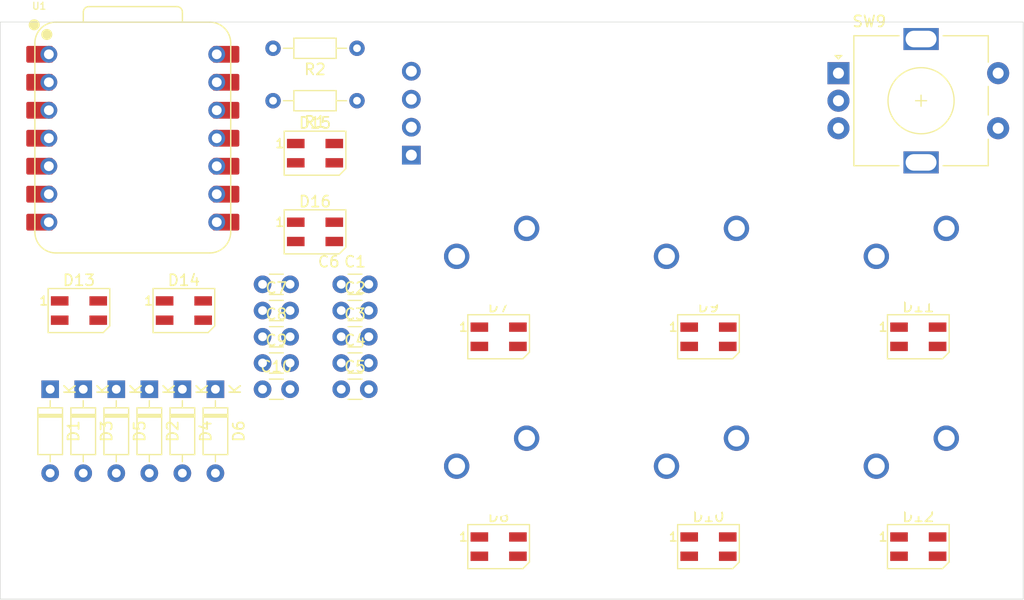
<source format=kicad_pcb>
(kicad_pcb (version 20241229) (generator "pcbnew") (generator_version "9.0")
  (layers (0 "F.Cu" signal) (2 "B.Cu" signal) (13 "F.Paste" user) (15 "B.Paste" user) (5 "F.SilkS" user "F.Silkscreen") (7 "B.SilkS" user "B.Silkscreen") (1 "F.Mask" user) (3 "B.Mask" user) (25 "Edge.Cuts" user))
  (net 0 "")
  (net 1 "GND")
  (net 2 "+5V")
  (net 3 "Net-(D1-A)")
  (net 4 "ROW0")
  (net 5 "Net-(D2-A)")
  (net 6 "ROW1")
  (net 7 "Net-(D3-A)")
  (net 8 "Net-(D4-A)")
  (net 9 "Net-(D5-A)")
  (net 10 "Net-(D6-A)")
  (net 11 "Net-(D7-DOUT)")
  (net 12 "LED")
  (net 13 "Net-(D8-DOUT)")
  (net 14 "Net-(D10-DIN)")
  (net 15 "Net-(D10-DOUT)")
  (net 16 "Net-(D11-DOUT)")
  (net 17 "Net-(D12-DOUT)")
  (net 18 "Net-(D13-DOUT)")
  (net 19 "Net-(D14-DOUT)")
  (net 20 "Net-(D15-DOUT)")
  (net 22 "OLED{slash}SDA")
  (net 23 "OLED{slash}SCL")
  (net 24 "+3.3V")
  (net 25 "COL0")
  (net 26 "COL1")
  (net 27 "COL2")
  (net 28 "EC11{slash}CLK")
  (net 29 "EC11{slash}SW")
  (net 30 "EC11{slash}DT")
  (footprint "Diode_THT:D_DO-35_SOD27_P7.62mm_Horizontal" (layer "F.Cu") (at 138.5 114.299999 -90)
    (property "Reference" "D3" (at 3.81 -2.12 90) (layer "F.SilkS"))
    (property "Value" "1N4148")
    (fp_line (start 1.69 1.12) (end 5.93 1.12) (stroke (width 0.12)) (layer "F.SilkS"))
    (fp_line (start 5.93 1.12) (end 5.93 -1.12) (stroke (width 0.12)) (layer "F.SilkS"))
    (fp_line (start 1.04 0) (end 1.689999 0) (stroke (width 0.12)) (layer "F.SilkS"))
    (fp_line (start 6.580001 0) (end 5.93 0) (stroke (width 0.12)) (layer "F.SilkS"))
    (fp_line (start 1.69 -1.12) (end 1.69 1.12) (stroke (width 0.12)) (layer "F.SilkS"))
    (fp_line (start 2.29 -1.12) (end 2.29 1.12) (stroke (width 0.12)) (layer "F.SilkS"))
    (fp_line (start 2.41 -1.12) (end 2.41 1.12) (stroke (width 0.12)) (layer "F.SilkS"))
    (fp_line (start 2.53 -1.12) (end 2.53 1.12) (stroke (width 0.12)) (layer "F.SilkS"))
    (fp_line (start 5.93 -1.12) (end 1.69 -1.12) (stroke (width 0.12)) (layer "F.SilkS"))
    (fp_text user "K" (at 0 -1.8 90) (layer "F.SilkS"))
    (pad "1" thru_hole rect (at 0 0 270) (size 1.6 1.6) (drill 0.8) (layers "*.Cu" "*.Mask") (net 4 "ROW0"))
    (pad "2" thru_hole oval (at 7.62 0 270) (size 1.6 1.6) (drill 0.8) (layers "*.Cu" "*.Mask") (net 7 "Net-(D3-A)"))
  )
  (footprint "LED_SMD:LED_SK6812MINI_PLCC4_3.5x3.5mm_P1.75mm" (layer "F.Cu") (at 195.2625 128.5875)
    (property "Reference" "D10" (at 0 -2.75 0) (layer "F.SilkS"))
    (property "Value" "SK6812MINI")
    (fp_line (start -2.8 -2) (end -2.8 2) (stroke (width 0.12)) (layer "F.SilkS"))
    (fp_line (start -2.8 -2) (end 2.8 -2) (stroke (width 0.12)) (layer "F.SilkS"))
    (fp_line (start -2.8 2) (end 2.2 2) (stroke (width 0.12)) (layer "F.SilkS"))
    (fp_line (start 2.8 1.4) (end 2.2 2) (stroke (width 0.12)) (layer "F.SilkS"))
    (fp_line (start 2.8 1.4) (end 2.8 -2) (stroke (width 0.12)) (layer "F.SilkS"))
    (fp_text user "1" (at -3.2 -0.875 0) (layer "F.SilkS") (effects (font (size 0.8 0.8))))
    (pad "1" smd rect (at -1.75 -0.875) (size 1.6 0.85) (layers "F.Cu" "F.Mask" "F.Paste") (net 15 "Net-(D10-DOUT)"))
    (pad "2" smd rect (at -1.75 0.875) (size 1.6 0.85) (layers "F.Cu" "F.Mask" "F.Paste") (net 1 "GND"))
    (pad "3" smd rect (at 1.75 0.875) (size 1.6 0.85) (layers "F.Cu" "F.Mask" "F.Paste") (net 14 "Net-(D10-DIN)"))
    (pad "4" smd rect (at 1.75 -0.875) (size 1.6 0.85) (layers "F.Cu" "F.Mask" "F.Paste") (net 2 "+5V"))
  )
  (footprint "Diode_THT:D_DO-35_SOD27_P7.62mm_Horizontal" (layer "F.Cu") (at 150.5 114.3 -90)
    (property "Reference" "D6" (at 3.81 -2.12 90) (layer "F.SilkS"))
    (property "Value" "1N4148")
    (fp_line (start 1.69 1.12) (end 5.93 1.12) (stroke (width 0.12)) (layer "F.SilkS"))
    (fp_line (start 5.93 1.12) (end 5.93 -1.12) (stroke (width 0.12)) (layer "F.SilkS"))
    (fp_line (start 1.04 0) (end 1.689999 0) (stroke (width 0.12)) (layer "F.SilkS"))
    (fp_line (start 6.580001 0) (end 5.93 0) (stroke (width 0.12)) (layer "F.SilkS"))
    (fp_line (start 1.69 -1.12) (end 1.69 1.12) (stroke (width 0.12)) (layer "F.SilkS"))
    (fp_line (start 2.29 -1.12) (end 2.29 1.12) (stroke (width 0.12)) (layer "F.SilkS"))
    (fp_line (start 2.41 -1.12) (end 2.41 1.12) (stroke (width 0.12)) (layer "F.SilkS"))
    (fp_line (start 2.53 -1.12) (end 2.53 1.12) (stroke (width 0.12)) (layer "F.SilkS"))
    (fp_line (start 5.93 -1.12) (end 1.69 -1.12) (stroke (width 0.12)) (layer "F.SilkS"))
    (fp_text user "K" (at 0 -1.8 90) (layer "F.SilkS"))
    (pad "1" thru_hole rect (at 0 0 270) (size 1.6 1.6) (drill 0.8) (layers "*.Cu" "*.Mask") (net 6 "ROW1"))
    (pad "2" thru_hole oval (at 7.62 0 270) (size 1.6 1.6) (drill 0.8) (layers "*.Cu" "*.Mask") (net 10 "Net-(D6-A)"))
  )
  (footprint "Capacitor_THT:C_Disc_D3.0mm_W1.6mm_P2.50mm" (layer "F.Cu") (at 154.78125 114.3)
    (property "Reference" "C10" (at 1.25 -2.05 0) (layer "F.SilkS"))
    (property "Value" "C")
    (fp_line (start 0.621 -0.92) (end 1.879 -0.92) (stroke (width 0.12)) (layer "F.SilkS"))
    (fp_line (start 0.621 0.92) (end 1.879 0.92) (stroke (width 0.12)) (layer "F.SilkS"))
    (pad "1" thru_hole circle (at 0 0) (size 1.6 1.6) (drill 0.8) (layers "*.Cu" "*.Mask") (net 1 "GND"))
    (pad "2" thru_hole circle (at 2.5 0) (size 1.6 1.6) (drill 0.8) (layers "*.Cu" "*.Mask") (net 2 "+5V"))
  )
  (footprint "Resistor_THT:R_Axial_DIN0204_L3.6mm_D1.6mm_P7.62mm_Horizontal" (layer "F.Cu") (at 163.35375 88.10625 180)
    (property "Reference" "R1" (at 3.81 -1.92 0) (layer "F.SilkS"))
    (property "Value" "4.7kΩ")
    (fp_line (start 6.68 0) (end 5.73 0) (stroke (width 0.12)) (layer "F.SilkS"))
    (fp_line (start 5.73 0.92) (end 5.73 -0.92) (stroke (width 0.12)) (layer "F.SilkS"))
    (fp_line (start 5.73 -0.92) (end 1.89 -0.92) (stroke (width 0.12)) (layer "F.SilkS"))
    (fp_line (start 1.89 0.92) (end 5.73 0.92) (stroke (width 0.12)) (layer "F.SilkS"))
    (fp_line (start 1.89 -0.92) (end 1.89 0.92) (stroke (width 0.12)) (layer "F.SilkS"))
    (fp_line (start 0.939999 0) (end 1.89 0) (stroke (width 0.12)) (layer "F.SilkS"))
    (pad "1" thru_hole circle (at 0 0 180) (size 1.4 1.4) (drill 0.7) (layers "*.Cu" "*.Mask") (net 23 "OLED{slash}SCL"))
    (pad "2" thru_hole oval (at 7.62 0 180) (size 1.4 1.4) (drill 0.7) (layers "*.Cu" "*.Mask") (net 24 "+3.3V"))
  )
  (footprint "Capacitor_THT:C_Disc_D3.0mm_W1.6mm_P2.50mm" (layer "F.Cu") (at 154.78125 109.5375)
    (property "Reference" "C8" (at 1.25 -2.05 0) (layer "F.SilkS"))
    (property "Value" "C")
    (fp_line (start 0.621 -0.92) (end 1.879 -0.92) (stroke (width 0.12)) (layer "F.SilkS"))
    (fp_line (start 0.621 0.92) (end 1.879 0.92) (stroke (width 0.12)) (layer "F.SilkS"))
    (pad "1" thru_hole circle (at 0 0) (size 1.6 1.6) (drill 0.8) (layers "*.Cu" "*.Mask") (net 1 "GND"))
    (pad "2" thru_hole circle (at 2.5 0) (size 1.6 1.6) (drill 0.8) (layers "*.Cu" "*.Mask") (net 2 "+5V"))
  )
  (footprint "MX_Solderable:MX-Solderable-1U" (layer "F.Cu") (at 176.2125 104.775)
    (property "Reference" "SW1")
    (property "Value" "SW_Push_45deg")
    (pad "" np_thru_hole circle (at -5.08 0 48.099) (size 1.7018 1.7018) (drill 1.7018) (layers "*.Cu" "*.Mask"))
    (pad "" np_thru_hole circle (at 0 0) (size 3.9878 3.9878) (drill 3.9878) (layers "*.Cu" "*.Mask"))
    (pad "" np_thru_hole circle (at 5.08 0 48.099) (size 1.7018 1.7018) (drill 1.7018) (layers "*.Cu" "*.Mask"))
    (pad "1" thru_hole circle (at -3.81 -2.54) (size 2.3 2.3) (drill 1.524) (layers "*.Cu" "B.Mask") (net 25 "COL0"))
    (pad "2" thru_hole circle (at 2.54 -5.08) (size 2.3 2.3) (drill 1.524) (layers "*.Cu" "B.Mask") (net 3 "Net-(D1-A)"))
  )
  (footprint "Capacitor_THT:C_Disc_D3.0mm_W1.6mm_P2.50mm" (layer "F.Cu") (at 161.925 107.15625)
    (property "Reference" "C2" (at 1.25 -2.05 0) (layer "F.SilkS"))
    (property "Value" "C")
    (fp_line (start 0.621 -0.92) (end 1.879 -0.92) (stroke (width 0.12)) (layer "F.SilkS"))
    (fp_line (start 0.621 0.92) (end 1.879 0.92) (stroke (width 0.12)) (layer "F.SilkS"))
    (pad "1" thru_hole circle (at 0 0) (size 1.6 1.6) (drill 0.8) (layers "*.Cu" "*.Mask") (net 2 "+5V"))
    (pad "2" thru_hole circle (at 2.5 0) (size 1.6 1.6) (drill 0.8) (layers "*.Cu" "*.Mask") (net 1 "GND"))
  )
  (footprint "Capacitor_THT:C_Disc_D3.0mm_W1.6mm_P2.50mm" (layer "F.Cu") (at 161.925 114.3)
    (property "Reference" "C5" (at 1.25 -2.05 0) (layer "F.SilkS"))
    (property "Value" "C")
    (fp_line (start 0.621 -0.92) (end 1.879 -0.92) (stroke (width 0.12)) (layer "F.SilkS"))
    (fp_line (start 0.621 0.92) (end 1.879 0.92) (stroke (width 0.12)) (layer "F.SilkS"))
    (pad "1" thru_hole circle (at 0 0) (size 1.6 1.6) (drill 0.8) (layers "*.Cu" "*.Mask") (net 2 "+5V"))
    (pad "2" thru_hole circle (at 2.5 0) (size 1.6 1.6) (drill 0.8) (layers "*.Cu" "*.Mask") (net 1 "GND"))
  )
  (footprint "Diode_THT:D_DO-35_SOD27_P7.62mm_Horizontal" (layer "F.Cu") (at 147.5 114.3 -90)
    (property "Reference" "D4" (at 3.81 -2.12 90) (layer "F.SilkS"))
    (property "Value" "1N4148")
    (fp_line (start 1.69 1.12) (end 5.93 1.12) (stroke (width 0.12)) (layer "F.SilkS"))
    (fp_line (start 5.93 1.12) (end 5.93 -1.12) (stroke (width 0.12)) (layer "F.SilkS"))
    (fp_line (start 1.04 0) (end 1.689999 0) (stroke (width 0.12)) (layer "F.SilkS"))
    (fp_line (start 6.580001 0) (end 5.93 0) (stroke (width 0.12)) (layer "F.SilkS"))
    (fp_line (start 1.69 -1.12) (end 1.69 1.12) (stroke (width 0.12)) (layer "F.SilkS"))
    (fp_line (start 2.29 -1.12) (end 2.29 1.12) (stroke (width 0.12)) (layer "F.SilkS"))
    (fp_line (start 2.41 -1.12) (end 2.41 1.12) (stroke (width 0.12)) (layer "F.SilkS"))
    (fp_line (start 2.53 -1.12) (end 2.53 1.12) (stroke (width 0.12)) (layer "F.SilkS"))
    (fp_line (start 5.93 -1.12) (end 1.69 -1.12) (stroke (width 0.12)) (layer "F.SilkS"))
    (fp_text user "K" (at 0 -1.8 90) (layer "F.SilkS"))
    (pad "1" thru_hole rect (at 0 0 270) (size 1.6 1.6) (drill 0.8) (layers "*.Cu" "*.Mask") (net 6 "ROW1"))
    (pad "2" thru_hole oval (at 7.62 0 270) (size 1.6 1.6) (drill 0.8) (layers "*.Cu" "*.Mask") (net 8 "Net-(D4-A)"))
  )
  (footprint "MX_Solderable:MX-Solderable-1U" (layer "F.Cu") (at 176.2125 123.825)
    (property "Reference" "SW2")
    (property "Value" "SW_Push_45deg")
    (pad "" np_thru_hole circle (at -5.08 0 48.099) (size 1.7018 1.7018) (drill 1.7018) (layers "*.Cu" "*.Mask"))
    (pad "" np_thru_hole circle (at 0 0) (size 3.9878 3.9878) (drill 3.9878) (layers "*.Cu" "*.Mask"))
    (pad "" np_thru_hole circle (at 5.08 0 48.099) (size 1.7018 1.7018) (drill 1.7018) (layers "*.Cu" "*.Mask"))
    (pad "1" thru_hole circle (at -3.81 -2.54) (size 2.3 2.3) (drill 1.524) (layers "*.Cu" "B.Mask") (net 25 "COL0"))
    (pad "2" thru_hole circle (at 2.54 -5.08) (size 2.3 2.3) (drill 1.524) (layers "*.Cu" "B.Mask") (net 5 "Net-(D2-A)"))
  )
  (footprint "LED_SMD:LED_SK6812MINI_PLCC4_3.5x3.5mm_P1.75mm" (layer "F.Cu") (at 147.6375 107.15625)
    (property "Reference" "D14" (at 0 -2.75 0) (layer "F.SilkS"))
    (property "Value" "SK6812MINI")
    (fp_line (start -2.8 -2) (end -2.8 2) (stroke (width 0.12)) (layer "F.SilkS"))
    (fp_line (start -2.8 -2) (end 2.8 -2) (stroke (width 0.12)) (layer "F.SilkS"))
    (fp_line (start -2.8 2) (end 2.2 2) (stroke (width 0.12)) (layer "F.SilkS"))
    (fp_line (start 2.8 1.4) (end 2.2 2) (stroke (width 0.12)) (layer "F.SilkS"))
    (fp_line (start 2.8 1.4) (end 2.8 -2) (stroke (width 0.12)) (layer "F.SilkS"))
    (fp_text user "1" (at -3.2 -0.875 0) (layer "F.SilkS") (effects (font (size 0.8 0.8))))
    (pad "1" smd rect (at -1.75 -0.875) (size 1.6 0.85) (layers "F.Cu" "F.Mask" "F.Paste") (net 19 "Net-(D14-DOUT)"))
    (pad "2" smd rect (at -1.75 0.875) (size 1.6 0.85) (layers "F.Cu" "F.Mask" "F.Paste") (net 1 "GND"))
    (pad "3" smd rect (at 1.75 0.875) (size 1.6 0.85) (layers "F.Cu" "F.Mask" "F.Paste") (net 18 "Net-(D13-DOUT)"))
    (pad "4" smd rect (at 1.75 -0.875) (size 1.6 0.85) (layers "F.Cu" "F.Mask" "F.Paste") (net 2 "+5V"))
  )
  (footprint "LED_SMD:LED_SK6812MINI_PLCC4_3.5x3.5mm_P1.75mm" (layer "F.Cu") (at 176.2125 128.5875)
    (property "Reference" "D8" (at 0 -2.75 0) (layer "F.SilkS"))
    (property "Value" "SK6812MINI")
    (fp_line (start -2.8 -2) (end -2.8 2) (stroke (width 0.12)) (layer "F.SilkS"))
    (fp_line (start -2.8 -2) (end 2.8 -2) (stroke (width 0.12)) (layer "F.SilkS"))
    (fp_line (start -2.8 2) (end 2.2 2) (stroke (width 0.12)) (layer "F.SilkS"))
    (fp_line (start 2.8 1.4) (end 2.2 2) (stroke (width 0.12)) (layer "F.SilkS"))
    (fp_line (start 2.8 1.4) (end 2.8 -2) (stroke (width 0.12)) (layer "F.SilkS"))
    (fp_text user "1" (at -3.2 -0.875 0) (layer "F.SilkS") (effects (font (size 0.8 0.8))))
    (pad "1" smd rect (at -1.75 -0.875) (size 1.6 0.85) (layers "F.Cu" "F.Mask" "F.Paste") (net 13 "Net-(D8-DOUT)"))
    (pad "2" smd rect (at -1.75 0.875) (size 1.6 0.85) (layers "F.Cu" "F.Mask" "F.Paste") (net 1 "GND"))
    (pad "3" smd rect (at 1.75 0.875) (size 1.6 0.85) (layers "F.Cu" "F.Mask" "F.Paste") (net 11 "Net-(D7-DOUT)"))
    (pad "4" smd rect (at 1.75 -0.875) (size 1.6 0.85) (layers "F.Cu" "F.Mask" "F.Paste") (net 2 "+5V"))
  )
  (footprint "Diode_THT:D_DO-35_SOD27_P7.62mm_Horizontal" (layer "F.Cu") (at 135.5 114.299999 -90)
    (property "Reference" "D1" (at 3.81 -2.12 90) (layer "F.SilkS"))
    (property "Value" "1N4148")
    (fp_line (start 1.69 1.12) (end 5.93 1.12) (stroke (width 0.12)) (layer "F.SilkS"))
    (fp_line (start 5.93 1.12) (end 5.93 -1.12) (stroke (width 0.12)) (layer "F.SilkS"))
    (fp_line (start 1.04 0) (end 1.689999 0) (stroke (width 0.12)) (layer "F.SilkS"))
    (fp_line (start 6.580001 0) (end 5.93 0) (stroke (width 0.12)) (layer "F.SilkS"))
    (fp_line (start 1.69 -1.12) (end 1.69 1.12) (stroke (width 0.12)) (layer "F.SilkS"))
    (fp_line (start 2.29 -1.12) (end 2.29 1.12) (stroke (width 0.12)) (layer "F.SilkS"))
    (fp_line (start 2.41 -1.12) (end 2.41 1.12) (stroke (width 0.12)) (layer "F.SilkS"))
    (fp_line (start 2.53 -1.12) (end 2.53 1.12) (stroke (width 0.12)) (layer "F.SilkS"))
    (fp_line (start 5.93 -1.12) (end 1.69 -1.12) (stroke (width 0.12)) (layer "F.SilkS"))
    (fp_text user "K" (at 0 -1.8 90) (layer "F.SilkS"))
    (pad "1" thru_hole rect (at 0 0 270) (size 1.6 1.6) (drill 0.8) (layers "*.Cu" "*.Mask") (net 4 "ROW0"))
    (pad "2" thru_hole oval (at 7.62 0 270) (size 1.6 1.6) (drill 0.8) (layers "*.Cu" "*.Mask") (net 3 "Net-(D1-A)"))
  )
  (footprint "ScottoKeebs_Components:OLED_128x32" (layer "F.Cu") (at 166.687 83.25)
    (property "Reference" "J1" (hide yes))
    (property "Value" "OLED_128x32")
    (pad "1" thru_hole rect (at 1.6 9.8 180) (size 1.7 1.7) (drill 1) (layers "*.Cu" "*.Mask") (net 1 "GND"))
    (pad "2" thru_hole oval (at 1.6 7.26 180) (size 1.7 1.7) (drill 1) (layers "*.Cu" "*.Mask") (net 2 "+5V"))
    (pad "3" thru_hole oval (at 1.6 4.72 180) (size 1.7 1.7) (drill 1) (layers "*.Cu" "*.Mask") (net 23 "OLED{slash}SCL"))
    (pad "4" thru_hole oval (at 1.6 2.18 180) (size 1.7 1.7) (drill 1) (layers "*.Cu" "*.Mask") (net 22 "OLED{slash}SDA"))
  )
  (footprint "LED_SMD:LED_SK6812MINI_PLCC4_3.5x3.5mm_P1.75mm" (layer "F.Cu") (at 159.54375 92.86875)
    (property "Reference" "D15" (at 0 -2.75 0) (layer "F.SilkS"))
    (property "Value" "SK6812MINI")
    (fp_line (start -2.8 -2) (end -2.8 2) (stroke (width 0.12)) (layer "F.SilkS"))
    (fp_line (start -2.8 -2) (end 2.8 -2) (stroke (width 0.12)) (layer "F.SilkS"))
    (fp_line (start -2.8 2) (end 2.2 2) (stroke (width 0.12)) (layer "F.SilkS"))
    (fp_line (start 2.8 1.4) (end 2.2 2) (stroke (width 0.12)) (layer "F.SilkS"))
    (fp_line (start 2.8 1.4) (end 2.8 -2) (stroke (width 0.12)) (layer "F.SilkS"))
    (fp_text user "1" (at -3.2 -0.875 0) (layer "F.SilkS") (effects (font (size 0.8 0.8))))
    (pad "1" smd rect (at -1.75 -0.875) (size 1.6 0.85) (layers "F.Cu" "F.Mask" "F.Paste") (net 20 "Net-(D15-DOUT)"))
    (pad "2" smd rect (at -1.75 0.875) (size 1.6 0.85) (layers "F.Cu" "F.Mask" "F.Paste") (net 1 "GND"))
    (pad "3" smd rect (at 1.75 0.875) (size 1.6 0.85) (layers "F.Cu" "F.Mask" "F.Paste") (net 19 "Net-(D14-DOUT)"))
    (pad "4" smd rect (at 1.75 -0.875) (size 1.6 0.85) (layers "F.Cu" "F.Mask" "F.Paste") (net 2 "+5V"))
  )
  (footprint "Diode_THT:D_DO-35_SOD27_P7.62mm_Horizontal" (layer "F.Cu") (at 144.5 114.3 -90)
    (property "Reference" "D2" (at 3.81 -2.12 90) (layer "F.SilkS"))
    (property "Value" "1N4148")
    (fp_line (start 1.69 1.12) (end 5.93 1.12) (stroke (width 0.12)) (layer "F.SilkS"))
    (fp_line (start 5.93 1.12) (end 5.93 -1.12) (stroke (width 0.12)) (layer "F.SilkS"))
    (fp_line (start 1.04 0) (end 1.689999 0) (stroke (width 0.12)) (layer "F.SilkS"))
    (fp_line (start 6.580001 0) (end 5.93 0) (stroke (width 0.12)) (layer "F.SilkS"))
    (fp_line (start 1.69 -1.12) (end 1.69 1.12) (stroke (width 0.12)) (layer "F.SilkS"))
    (fp_line (start 2.29 -1.12) (end 2.29 1.12) (stroke (width 0.12)) (layer "F.SilkS"))
    (fp_line (start 2.41 -1.12) (end 2.41 1.12) (stroke (width 0.12)) (layer "F.SilkS"))
    (fp_line (start 2.53 -1.12) (end 2.53 1.12) (stroke (width 0.12)) (layer "F.SilkS"))
    (fp_line (start 5.93 -1.12) (end 1.69 -1.12) (stroke (width 0.12)) (layer "F.SilkS"))
    (fp_text user "K" (at 0 -1.8 90) (layer "F.SilkS"))
    (pad "1" thru_hole rect (at 0 0 270) (size 1.6 1.6) (drill 0.8) (layers "*.Cu" "*.Mask") (net 6 "ROW1"))
    (pad "2" thru_hole oval (at 7.62 0 270) (size 1.6 1.6) (drill 0.8) (layers "*.Cu" "*.Mask") (net 5 "Net-(D2-A)"))
  )
  (footprint "Capacitor_THT:C_Disc_D3.0mm_W1.6mm_P2.50mm" (layer "F.Cu") (at 154.78125 107.15625)
    (property "Reference" "C7" (at 1.25 -2.05 0) (layer "F.SilkS"))
    (property "Value" "C")
    (fp_line (start 0.621 -0.92) (end 1.879 -0.92) (stroke (width 0.12)) (layer "F.SilkS"))
    (fp_line (start 0.621 0.92) (end 1.879 0.92) (stroke (width 0.12)) (layer "F.SilkS"))
    (pad "1" thru_hole circle (at 0 0) (size 1.6 1.6) (drill 0.8) (layers "*.Cu" "*.Mask") (net 1 "GND"))
    (pad "2" thru_hole circle (at 2.5 0) (size 1.6 1.6) (drill 0.8) (layers "*.Cu" "*.Mask") (net 2 "+5V"))
  )
  (footprint "Capacitor_THT:C_Disc_D3.0mm_W1.6mm_P2.50mm" (layer "F.Cu") (at 161.925 111.91875)
    (property "Reference" "C4" (at 1.25 -2.05 0) (layer "F.SilkS"))
    (property "Value" "C")
    (fp_line (start 0.621 -0.92) (end 1.879 -0.92) (stroke (width 0.12)) (layer "F.SilkS"))
    (fp_line (start 0.621 0.92) (end 1.879 0.92) (stroke (width 0.12)) (layer "F.SilkS"))
    (pad "1" thru_hole circle (at 0 0) (size 1.6 1.6) (drill 0.8) (layers "*.Cu" "*.Mask") (net 2 "+5V"))
    (pad "2" thru_hole circle (at 2.5 0) (size 1.6 1.6) (drill 0.8) (layers "*.Cu" "*.Mask") (net 1 "GND"))
  )
  (footprint "LED_SMD:LED_SK6812MINI_PLCC4_3.5x3.5mm_P1.75mm" (layer "F.Cu") (at 195.2625 109.5375)
    (property "Reference" "D9" (at 0 -2.75 0) (layer "F.SilkS"))
    (property "Value" "SK6812MINI")
    (fp_line (start -2.8 -2) (end -2.8 2) (stroke (width 0.12)) (layer "F.SilkS"))
    (fp_line (start -2.8 -2) (end 2.8 -2) (stroke (width 0.12)) (layer "F.SilkS"))
    (fp_line (start -2.8 2) (end 2.2 2) (stroke (width 0.12)) (layer "F.SilkS"))
    (fp_line (start 2.8 1.4) (end 2.2 2) (stroke (width 0.12)) (layer "F.SilkS"))
    (fp_line (start 2.8 1.4) (end 2.8 -2) (stroke (width 0.12)) (layer "F.SilkS"))
    (fp_text user "1" (at -3.2 -0.875 0) (layer "F.SilkS") (effects (font (size 0.8 0.8))))
    (pad "1" smd rect (at -1.75 -0.875) (size 1.6 0.85) (layers "F.Cu" "F.Mask" "F.Paste") (net 14 "Net-(D10-DIN)"))
    (pad "2" smd rect (at -1.75 0.875) (size 1.6 0.85) (layers "F.Cu" "F.Mask" "F.Paste") (net 1 "GND"))
    (pad "3" smd rect (at 1.75 0.875) (size 1.6 0.85) (layers "F.Cu" "F.Mask" "F.Paste") (net 13 "Net-(D8-DOUT)"))
    (pad "4" smd rect (at 1.75 -0.875) (size 1.6 0.85) (layers "F.Cu" "F.Mask" "F.Paste") (net 2 "+5V"))
  )
  (footprint "Rotary_Encoder:RotaryEncoder_Alps_EC11E-Switch_Vertical_H20mm" (layer "F.Cu") (at 207.0625 85.60625)
    (property "Reference" "SW9" (at 2.8 -4.7 0) (layer "F.SilkS"))
    (property "Value" "RotaryEncoder_Switch")
    (fp_line (start -0.3 -1.6) (end 0.3 -1.6) (stroke (width 0.12)) (layer "F.SilkS"))
    (fp_line (start 0 -1.3) (end -0.3 -1.6) (stroke (width 0.12)) (layer "F.SilkS"))
    (fp_line (start 0.3 -1.6) (end 0 -1.3) (stroke (width 0.12)) (layer "F.SilkS"))
    (fp_line (start 1.4 -3.4) (end 1.4 8.4) (stroke (width 0.12)) (layer "F.SilkS"))
    (fp_line (start 5.5 -3.4) (end 1.4 -3.4) (stroke (width 0.12)) (layer "F.SilkS"))
    (fp_line (start 5.5 8.4) (end 1.4 8.4) (stroke (width 0.12)) (layer "F.SilkS"))
    (fp_line (start 7 2.5) (end 8 2.5) (stroke (width 0.12)) (layer "F.SilkS"))
    (fp_line (start 7.5 2) (end 7.5 3) (stroke (width 0.12)) (layer "F.SilkS"))
    (fp_line (start 9.5 -3.4) (end 13.6 -3.4) (stroke (width 0.12)) (layer "F.SilkS"))
    (fp_line (start 13.6 -3.4) (end 13.6 -1) (stroke (width 0.12)) (layer "F.SilkS"))
    (fp_line (start 13.6 1.2) (end 13.6 3.8) (stroke (width 0.12)) (layer "F.SilkS"))
    (fp_line (start 13.6 6) (end 13.6 8.4) (stroke (width 0.12)) (layer "F.SilkS"))
    (fp_line (start 13.6 8.4) (end 9.5 8.4) (stroke (width 0.12)) (layer "F.SilkS"))
    (fp_circle (center 7.5 2.5) (end 10.5 2.5) (stroke (width 0.12)) (fill no) (layer "F.SilkS"))
    (pad "A" thru_hole rect (at 0 0) (size 2 2) (drill 1) (layers "*.Cu" "*.Mask") (net 28 "EC11{slash}CLK"))
    (pad "B" thru_hole circle (at 0 5) (size 2 2) (drill 1) (layers "*.Cu" "*.Mask") (net 30 "EC11{slash}DT"))
    (pad "C" thru_hole circle (at 0 2.5) (size 2 2) (drill 1) (layers "*.Cu" "*.Mask") (net 1 "GND"))
    (pad "MP" thru_hole rect (at 7.5 -3.1) (size 3.2 2) (drill oval 2.8 1.5) (layers "*.Cu" "*.Mask"))
    (pad "MP" thru_hole rect (at 7.5 8.1) (size 3.2 2) (drill oval 2.8 1.5) (layers "*.Cu" "*.Mask"))
    (pad "S1" thru_hole circle (at 14.5 5) (size 2 2) (drill 1) (layers "*.Cu" "*.Mask") (net 29 "EC11{slash}SW"))
    (pad "S2" thru_hole circle (at 14.5 0) (size 2 2) (drill 1) (layers "*.Cu" "*.Mask") (net 1 "GND"))
  )
  (footprint "LED_SMD:LED_SK6812MINI_PLCC4_3.5x3.5mm_P1.75mm" (layer "F.Cu") (at 214.3125 109.5375)
    (property "Reference" "D11" (at 0 -2.75 0) (layer "F.SilkS"))
    (property "Value" "SK6812MINI")
    (fp_line (start -2.8 -2) (end -2.8 2) (stroke (width 0.12)) (layer "F.SilkS"))
    (fp_line (start -2.8 -2) (end 2.8 -2) (stroke (width 0.12)) (layer "F.SilkS"))
    (fp_line (start -2.8 2) (end 2.2 2) (stroke (width 0.12)) (layer "F.SilkS"))
    (fp_line (start 2.8 1.4) (end 2.2 2) (stroke (width 0.12)) (layer "F.SilkS"))
    (fp_line (start 2.8 1.4) (end 2.8 -2) (stroke (width 0.12)) (layer "F.SilkS"))
    (fp_text user "1" (at -3.2 -0.875 0) (layer "F.SilkS") (effects (font (size 0.8 0.8))))
    (pad "1" smd rect (at -1.75 -0.875) (size 1.6 0.85) (layers "F.Cu" "F.Mask" "F.Paste") (net 16 "Net-(D11-DOUT)"))
    (pad "2" smd rect (at -1.75 0.875) (size 1.6 0.85) (layers "F.Cu" "F.Mask" "F.Paste") (net 1 "GND"))
    (pad "3" smd rect (at 1.75 0.875) (size 1.6 0.85) (layers "F.Cu" "F.Mask" "F.Paste") (net 15 "Net-(D10-DOUT)"))
    (pad "4" smd rect (at 1.75 -0.875) (size 1.6 0.85) (layers "F.Cu" "F.Mask" "F.Paste") (net 2 "+5V"))
  )
  (footprint "LED_SMD:LED_SK6812MINI_PLCC4_3.5x3.5mm_P1.75mm" (layer "F.Cu") (at 214.3125 128.5875)
    (property "Reference" "D12" (at 0 -2.75 0) (layer "F.SilkS"))
    (property "Value" "SK6812MINI")
    (fp_line (start -2.8 -2) (end -2.8 2) (stroke (width 0.12)) (layer "F.SilkS"))
    (fp_line (start -2.8 -2) (end 2.8 -2) (stroke (width 0.12)) (layer "F.SilkS"))
    (fp_line (start -2.8 2) (end 2.2 2) (stroke (width 0.12)) (layer "F.SilkS"))
    (fp_line (start 2.8 1.4) (end 2.2 2) (stroke (width 0.12)) (layer "F.SilkS"))
    (fp_line (start 2.8 1.4) (end 2.8 -2) (stroke (width 0.12)) (layer "F.SilkS"))
    (fp_text user "1" (at -3.2 -0.875 0) (layer "F.SilkS") (effects (font (size 0.8 0.8))))
    (pad "1" smd rect (at -1.75 -0.875) (size 1.6 0.85) (layers "F.Cu" "F.Mask" "F.Paste") (net 17 "Net-(D12-DOUT)"))
    (pad "2" smd rect (at -1.75 0.875) (size 1.6 0.85) (layers "F.Cu" "F.Mask" "F.Paste") (net 1 "GND"))
    (pad "3" smd rect (at 1.75 0.875) (size 1.6 0.85) (layers "F.Cu" "F.Mask" "F.Paste") (net 16 "Net-(D11-DOUT)"))
    (pad "4" smd rect (at 1.75 -0.875) (size 1.6 0.85) (layers "F.Cu" "F.Mask" "F.Paste") (net 2 "+5V"))
  )
  (footprint "Diode_THT:D_DO-35_SOD27_P7.62mm_Horizontal" (layer "F.Cu") (at 141.5 114.299999 -90)
    (property "Reference" "D5" (at 3.81 -2.12 90) (layer "F.SilkS"))
    (property "Value" "1N4148")
    (fp_line (start 1.69 1.12) (end 5.93 1.12) (stroke (width 0.12)) (layer "F.SilkS"))
    (fp_line (start 5.93 1.12) (end 5.93 -1.12) (stroke (width 0.12)) (layer "F.SilkS"))
    (fp_line (start 1.04 0) (end 1.689999 0) (stroke (width 0.12)) (layer "F.SilkS"))
    (fp_line (start 6.580001 0) (end 5.93 0) (stroke (width 0.12)) (layer "F.SilkS"))
    (fp_line (start 1.69 -1.12) (end 1.69 1.12) (stroke (width 0.12)) (layer "F.SilkS"))
    (fp_line (start 2.29 -1.12) (end 2.29 1.12) (stroke (width 0.12)) (layer "F.SilkS"))
    (fp_line (start 2.41 -1.12) (end 2.41 1.12) (stroke (width 0.12)) (layer "F.SilkS"))
    (fp_line (start 2.53 -1.12) (end 2.53 1.12) (stroke (width 0.12)) (layer "F.SilkS"))
    (fp_line (start 5.93 -1.12) (end 1.69 -1.12) (stroke (width 0.12)) (layer "F.SilkS"))
    (fp_text user "K" (at 0 -1.8 90) (layer "F.SilkS"))
    (pad "1" thru_hole rect (at 0 0 270) (size 1.6 1.6) (drill 0.8) (layers "*.Cu" "*.Mask") (net 4 "ROW0"))
    (pad "2" thru_hole oval (at 7.62 0 270) (size 1.6 1.6) (drill 0.8) (layers "*.Cu" "*.Mask") (net 9 "Net-(D5-A)"))
  )
  (footprint "MX_Solderable:MX-Solderable-1U" (layer "F.Cu") (at 195.2625 123.825)
    (property "Reference" "SW4")
    (property "Value" "SW_Push_45deg")
    (pad "" np_thru_hole circle (at -5.08 0 48.099) (size 1.7018 1.7018) (drill 1.7018) (layers "*.Cu" "*.Mask"))
    (pad "" np_thru_hole circle (at 0 0) (size 3.9878 3.9878) (drill 3.9878) (layers "*.Cu" "*.Mask"))
    (pad "" np_thru_hole circle (at 5.08 0 48.099) (size 1.7018 1.7018) (drill 1.7018) (layers "*.Cu" "*.Mask"))
    (pad "1" thru_hole circle (at -3.81 -2.54) (size 2.3 2.3) (drill 1.524) (layers "*.Cu" "B.Mask") (net 26 "COL1"))
    (pad "2" thru_hole circle (at 2.54 -5.08) (size 2.3 2.3) (drill 1.524) (layers "*.Cu" "B.Mask") (net 8 "Net-(D4-A)"))
  )
  (footprint "LED_SMD:LED_SK6812MINI_PLCC4_3.5x3.5mm_P1.75mm" (layer "F.Cu") (at 138.1125 107.15625)
    (property "Reference" "D13" (at 0 -2.75 0) (layer "F.SilkS"))
    (property "Value" "SK6812MINI")
    (fp_line (start -2.8 -2) (end -2.8 2) (stroke (width 0.12)) (layer "F.SilkS"))
    (fp_line (start -2.8 -2) (end 2.8 -2) (stroke (width 0.12)) (layer "F.SilkS"))
    (fp_line (start -2.8 2) (end 2.2 2) (stroke (width 0.12)) (layer "F.SilkS"))
    (fp_line (start 2.8 1.4) (end 2.2 2) (stroke (width 0.12)) (layer "F.SilkS"))
    (fp_line (start 2.8 1.4) (end 2.8 -2) (stroke (width 0.12)) (layer "F.SilkS"))
    (fp_text user "1" (at -3.2 -0.875 0) (layer "F.SilkS") (effects (font (size 0.8 0.8))))
    (pad "1" smd rect (at -1.75 -0.875) (size 1.6 0.85) (layers "F.Cu" "F.Mask" "F.Paste") (net 18 "Net-(D13-DOUT)"))
    (pad "2" smd rect (at -1.75 0.875) (size 1.6 0.85) (layers "F.Cu" "F.Mask" "F.Paste") (net 1 "GND"))
    (pad "3" smd rect (at 1.75 0.875) (size 1.6 0.85) (layers "F.Cu" "F.Mask" "F.Paste") (net 17 "Net-(D12-DOUT)"))
    (pad "4" smd rect (at 1.75 -0.875) (size 1.6 0.85) (layers "F.Cu" "F.Mask" "F.Paste") (net 2 "+5V"))
  )
  (footprint "MX_Solderable:MX-Solderable-1U" (layer "F.Cu") (at 214.3125 123.825)
    (property "Reference" "SW6")
    (property "Value" "SW_Push_45deg")
    (pad "" np_thru_hole circle (at -5.08 0 48.099) (size 1.7018 1.7018) (drill 1.7018) (layers "*.Cu" "*.Mask"))
    (pad "" np_thru_hole circle (at 0 0) (size 3.9878 3.9878) (drill 3.9878) (layers "*.Cu" "*.Mask"))
    (pad "" np_thru_hole circle (at 5.08 0 48.099) (size 1.7018 1.7018) (drill 1.7018) (layers "*.Cu" "*.Mask"))
    (pad "1" thru_hole circle (at -3.81 -2.54) (size 2.3 2.3) (drill 1.524) (layers "*.Cu" "B.Mask") (net 27 "COL2"))
    (pad "2" thru_hole circle (at 2.54 -5.08) (size 2.3 2.3) (drill 1.524) (layers "*.Cu" "B.Mask") (net 10 "Net-(D6-A)"))
  )
  (footprint "LED_SMD:LED_SK6812MINI_PLCC4_3.5x3.5mm_P1.75mm" (layer "F.Cu") (at 176.2125 109.5375)
    (property "Reference" "D7" (at 0 -2.75 0) (layer "F.SilkS"))
    (property "Value" "SK6812MINI")
    (fp_line (start -2.8 -2) (end -2.8 2) (stroke (width 0.12)) (layer "F.SilkS"))
    (fp_line (start -2.8 -2) (end 2.8 -2) (stroke (width 0.12)) (layer "F.SilkS"))
    (fp_line (start -2.8 2) (end 2.2 2) (stroke (width 0.12)) (layer "F.SilkS"))
    (fp_line (start 2.8 1.4) (end 2.2 2) (stroke (width 0.12)) (layer "F.SilkS"))
    (fp_line (start 2.8 1.4) (end 2.8 -2) (stroke (width 0.12)) (layer "F.SilkS"))
    (fp_text user "1" (at -3.2 -0.875 0) (layer "F.SilkS") (effects (font (size 0.8 0.8))))
    (pad "1" smd rect (at -1.75 -0.875) (size 1.6 0.85) (layers "F.Cu" "F.Mask" "F.Paste") (net 11 "Net-(D7-DOUT)"))
    (pad "2" smd rect (at -1.75 0.875) (size 1.6 0.85) (layers "F.Cu" "F.Mask" "F.Paste") (net 1 "GND"))
    (pad "3" smd rect (at 1.75 0.875) (size 1.6 0.85) (layers "F.Cu" "F.Mask" "F.Paste") (net 12 "LED"))
    (pad "4" smd rect (at 1.75 -0.875) (size 1.6 0.85) (layers "F.Cu" "F.Mask" "F.Paste") (net 2 "+5V"))
  )
  (footprint "Capacitor_THT:C_Disc_D3.0mm_W1.6mm_P2.50mm" (layer "F.Cu") (at 154.78125 104.775)
    (property "Reference" "C6" (at 6.0125 -2.05 0) (layer "F.SilkS"))
    (property "Value" "C")
    (fp_line (start 0.621 -0.92) (end 1.879 -0.92) (stroke (width 0.12)) (layer "F.SilkS"))
    (fp_line (start 0.621 0.92) (end 1.879 0.92) (stroke (width 0.12)) (layer "F.SilkS"))
    (pad "1" thru_hole circle (at 0 0) (size 1.6 1.6) (drill 0.8) (layers "*.Cu" "*.Mask") (net 1 "GND"))
    (pad "2" thru_hole circle (at 2.5 0) (size 1.6 1.6) (drill 0.8) (layers "*.Cu" "*.Mask") (net 2 "+5V"))
  )
  (footprint "Capacitor_THT:C_Disc_D3.0mm_W1.6mm_P2.50mm" (layer "F.Cu") (at 161.925 104.775)
    (property "Reference" "C1" (at 1.25 -2.05 0) (layer "F.SilkS"))
    (property "Value" "C")
    (fp_line (start 0.621 -0.92) (end 1.879 -0.92) (stroke (width 0.12)) (layer "F.SilkS"))
    (fp_line (start 0.621 0.92) (end 1.879 0.92) (stroke (width 0.12)) (layer "F.SilkS"))
    (pad "1" thru_hole circle (at 0 0) (size 1.6 1.6) (drill 0.8) (layers "*.Cu" "*.Mask") (net 2 "+5V"))
    (pad "2" thru_hole circle (at 2.5 0) (size 1.6 1.6) (drill 0.8) (layers "*.Cu" "*.Mask") (net 1 "GND"))
  )
  (footprint "MX_Solderable:MX-Solderable-1U" (layer "F.Cu") (at 195.2625 104.775)
    (property "Reference" "SW3")
    (property "Value" "SW_Push_45deg")
    (pad "" np_thru_hole circle (at -5.08 0 48.099) (size 1.7018 1.7018) (drill 1.7018) (layers "*.Cu" "*.Mask"))
    (pad "" np_thru_hole circle (at 0 0) (size 3.9878 3.9878) (drill 3.9878) (layers "*.Cu" "*.Mask"))
    (pad "" np_thru_hole circle (at 5.08 0 48.099) (size 1.7018 1.7018) (drill 1.7018) (layers "*.Cu" "*.Mask"))
    (pad "1" thru_hole circle (at -3.81 -2.54) (size 2.3 2.3) (drill 1.524) (layers "*.Cu" "B.Mask") (net 26 "COL1"))
    (pad "2" thru_hole circle (at 2.54 -5.08) (size 2.3 2.3) (drill 1.524) (layers "*.Cu" "B.Mask") (net 7 "Net-(D3-A)"))
  )
  (footprint "LED_SMD:LED_SK6812MINI_PLCC4_3.5x3.5mm_P1.75mm" (layer "F.Cu") (at 159.54375 100.0125)
    (property "Reference" "D16" (at 0 -2.75 0) (layer "F.SilkS"))
    (property "Value" "SK6812MINI")
    (fp_line (start -2.8 -2) (end -2.8 2) (stroke (width 0.12)) (layer "F.SilkS"))
    (fp_line (start -2.8 -2) (end 2.8 -2) (stroke (width 0.12)) (layer "F.SilkS"))
    (fp_line (start -2.8 2) (end 2.2 2) (stroke (width 0.12)) (layer "F.SilkS"))
    (fp_line (start 2.8 1.4) (end 2.2 2) (stroke (width 0.12)) (layer "F.SilkS"))
    (fp_line (start 2.8 1.4) (end 2.8 -2) (stroke (width 0.12)) (layer "F.SilkS"))
    (fp_text user "1" (at -3.2 -0.875 0) (layer "F.SilkS") (effects (font (size 0.8 0.8))))
    (pad "1" smd rect (at -1.75 -0.875) (size 1.6 0.85) (layers "F.Cu" "F.Mask" "F.Paste"))
    (pad "2" smd rect (at -1.75 0.875) (size 1.6 0.85) (layers "F.Cu" "F.Mask" "F.Paste") (net 1 "GND"))
    (pad "3" smd rect (at 1.75 0.875) (size 1.6 0.85) (layers "F.Cu" "F.Mask" "F.Paste") (net 20 "Net-(D15-DOUT)"))
    (pad "4" smd rect (at 1.75 -0.875) (size 1.6 0.85) (layers "F.Cu" "F.Mask" "F.Paste") (net 2 "+5V"))
  )
  (footprint "Capacitor_THT:C_Disc_D3.0mm_W1.6mm_P2.50mm" (layer "F.Cu") (at 161.925 109.5375)
    (property "Reference" "C3" (at 1.25 -2.05 0) (layer "F.SilkS"))
    (property "Value" "C")
    (fp_line (start 0.621 -0.92) (end 1.879 -0.92) (stroke (width 0.12)) (layer "F.SilkS"))
    (fp_line (start 0.621 0.92) (end 1.879 0.92) (stroke (width 0.12)) (layer "F.SilkS"))
    (pad "1" thru_hole circle (at 0 0) (size 1.6 1.6) (drill 0.8) (layers "*.Cu" "*.Mask") (net 2 "+5V"))
    (pad "2" thru_hole circle (at 2.5 0) (size 1.6 1.6) (drill 0.8) (layers "*.Cu" "*.Mask") (net 1 "GND"))
  )
  (footprint "Capacitor_THT:C_Disc_D3.0mm_W1.6mm_P2.50mm" (layer "F.Cu") (at 154.78125 111.91875)
    (property "Reference" "C9" (at 1.25 -2.05 0) (layer "F.SilkS"))
    (property "Value" "C")
    (fp_line (start 0.621 -0.92) (end 1.879 -0.92) (stroke (width 0.12)) (layer "F.SilkS"))
    (fp_line (start 0.621 0.92) (end 1.879 0.92) (stroke (width 0.12)) (layer "F.SilkS"))
    (pad "1" thru_hole circle (at 0 0) (size 1.6 1.6) (drill 0.8) (layers "*.Cu" "*.Mask") (net 1 "GND"))
    (pad "2" thru_hole circle (at 2.5 0) (size 1.6 1.6) (drill 0.8) (layers "*.Cu" "*.Mask") (net 2 "+5V"))
  )
  (footprint "MX_Solderable:MX-Solderable-1U" (layer "F.Cu") (at 214.3125 104.775)
    (property "Reference" "SW5")
    (property "Value" "SW_Push_45deg")
    (pad "" np_thru_hole circle (at -5.08 0 48.099) (size 1.7018 1.7018) (drill 1.7018) (layers "*.Cu" "*.Mask"))
    (pad "" np_thru_hole circle (at 0 0) (size 3.9878 3.9878) (drill 3.9878) (layers "*.Cu" "*.Mask"))
    (pad "" np_thru_hole circle (at 5.08 0 48.099) (size 1.7018 1.7018) (drill 1.7018) (layers "*.Cu" "*.Mask"))
    (pad "1" thru_hole circle (at -3.81 -2.54) (size 2.3 2.3) (drill 1.524) (layers "*.Cu" "B.Mask") (net 27 "COL2"))
    (pad "2" thru_hole circle (at 2.54 -5.08) (size 2.3 2.3) (drill 1.524) (layers "*.Cu" "B.Mask") (net 9 "Net-(D5-A)"))
  )
  (footprint "Resistor_THT:R_Axial_DIN0204_L3.6mm_D1.6mm_P7.62mm_Horizontal" (layer "F.Cu") (at 163.35375 83.34375 180)
    (property "Reference" "R2" (at 3.81 -1.92 0) (layer "F.SilkS"))
    (property "Value" "4.7kΩ")
    (fp_line (start 6.68 0) (end 5.73 0) (stroke (width 0.12)) (layer "F.SilkS"))
    (fp_line (start 5.73 0.92) (end 5.73 -0.92) (stroke (width 0.12)) (layer "F.SilkS"))
    (fp_line (start 5.73 -0.92) (end 1.89 -0.92) (stroke (width 0.12)) (layer "F.SilkS"))
    (fp_line (start 1.89 0.92) (end 5.73 0.92) (stroke (width 0.12)) (layer "F.SilkS"))
    (fp_line (start 1.89 -0.92) (end 1.89 0.92) (stroke (width 0.12)) (layer "F.SilkS"))
    (fp_line (start 0.939999 0) (end 1.89 0) (stroke (width 0.12)) (layer "F.SilkS"))
    (pad "1" thru_hole circle (at 0 0 180) (size 1.4 1.4) (drill 0.7) (layers "*.Cu" "*.Mask") (net 22 "OLED{slash}SDA"))
    (pad "2" thru_hole oval (at 7.62 0 180) (size 1.4 1.4) (drill 0.7) (layers "*.Cu" "*.Mask") (net 24 "+3.3V"))
  )
  (footprint "OPL:XIAO-RP2040-DIP" (layer "F.Cu") (at 143 91.5125)
    (property "Reference" "U1" (at -8.5 -12 0) (layer "F.SilkS") (effects (font (size 0.635 0.635) (thickness 0.1016))))
    (property "Value" "XIAO-RP2040-DIP")
    (fp_line (start -8.89 8.509) (end -8.89 -8.636) (stroke (width 0.127)) (layer "F.SilkS"))
    (fp_line (start -6.985 10.414) (end 6.985 10.414) (stroke (width 0.127)) (layer "F.SilkS"))
    (fp_line (start -4.495 -10.541) (end -4.491272 -11.451272) (stroke (width 0.127)) (layer "F.SilkS"))
    (fp_line (start -3.991272 -11.951) (end 4.004 -11.951) (stroke (width 0.127)) (layer "F.SilkS"))
    (fp_line (start 4.504 -11.451) (end 4.504 -10.541) (stroke (width 0.127)) (layer "F.SilkS"))
    (fp_line (start 6.985 -10.541) (end -6.985 -10.541) (stroke (width 0.1)) (layer "F.SilkS"))
    (fp_line (start 6.985 -10.541) (end -6.985 -10.541) (stroke (width 0.127)) (layer "F.SilkS"))
    (fp_line (start 8.89 8.509) (end 8.89 -8.636) (stroke (width 0.127)) (layer "F.SilkS"))
    (fp_arc (start -8.89 -8.636) (mid -8.332038 -9.983038) (end -6.985 -10.541) (stroke (width 0.127)) (layer "F.SilkS"))
    (fp_arc (start -6.985 10.414) (mid -8.332038 9.856038) (end -8.89 8.509) (stroke (width 0.127)) (layer "F.SilkS"))
    (fp_arc (start -4.491272 -11.451272) (mid -4.344728 -11.80464) (end -3.991272 -11.951) (stroke (width 0.127)) (layer "F.SilkS"))
    (fp_arc (start 4.004 -11.951) (mid 4.357553 -11.804553) (end 4.504 -11.451) (stroke (width 0.127)) (layer "F.SilkS"))
    (fp_arc (start 6.985 -10.541) (mid 8.332038 -9.983038) (end 8.89 -8.636) (stroke (width 0.127)) (layer "F.SilkS"))
    (fp_arc (start 8.89 8.509) (mid 8.332038 9.856038) (end 6.985 10.414) (stroke (width 0.127)) (layer "F.SilkS"))
    (fp_circle (center -8.95 -10.3) (end -8.95 -10.554) (stroke (width 0.5)) (fill yes) (layer "F.SilkS"))
    (fp_circle (center -7.807 -9.42) (end -7.807 -9.674) (stroke (width 0.5)) (fill yes) (layer "F.SilkS"))
    (pad "1" smd roundrect (at -8.455 -7.62 180) (size 2.432 1.524) (layers "F.Cu" "F.Mask") (roundrect_rratio 0.1) (net 25 "COL0"))
    (pad "1" thru_hole circle (at -7.62 -7.62 180) (size 1.524 1.524) (drill 0.889) (layers "*.Cu" "*.Mask") (net 25 "COL0"))
    (pad "2" smd roundrect (at -8.455 -5.08 180) (size 2.432 1.524) (layers "F.Cu" "F.Mask") (roundrect_rratio 0.1) (net 26 "COL1"))
    (pad "2" thru_hole circle (at -7.62 -5.08 180) (size 1.524 1.524) (drill 0.889) (layers "*.Cu" "*.Mask") (net 26 "COL1"))
    (pad "3" smd roundrect (at -8.455 -2.54 180) (size 2.432 1.524) (layers "F.Cu" "F.Mask") (roundrect_rratio 0.1) (net 27 "COL2"))
    (pad "3" thru_hole circle (at -7.62 -2.54 180) (size 1.524 1.524) (drill 0.889) (layers "*.Cu" "*.Mask") (net 27 "COL2"))
    (pad "4" smd roundrect (at -8.455 0 180) (size 2.432 1.524) (layers "F.Cu" "F.Mask") (roundrect_rratio 0.1) (net 6 "ROW1"))
    (pad "4" thru_hole circle (at -7.62 0 180) (size 1.524 1.524) (drill 0.889) (layers "*.Cu" "*.Mask") (net 6 "ROW1"))
    (pad "5" smd roundrect (at -8.455 2.54 180) (size 2.432 1.524) (layers "F.Cu" "F.Mask") (roundrect_rratio 0.1) (net 22 "OLED{slash}SDA"))
    (pad "5" thru_hole circle (at -7.62 2.54 180) (size 1.524 1.524) (drill 0.889) (layers "*.Cu" "*.Mask") (net 22 "OLED{slash}SDA"))
    (pad "6" smd roundrect (at -8.455 5.08 180) (size 2.432 1.524) (layers "F.Cu" "F.Mask") (roundrect_rratio 0.1) (net 23 "OLED{slash}SCL"))
    (pad "6" thru_hole circle (at -7.62 5.08 180) (size 1.524 1.524) (drill 0.889) (layers "*.Cu" "*.Mask") (net 23 "OLED{slash}SCL"))
    (pad "7" smd roundrect (at -8.455 7.62 180) (size 2.432 1.524) (layers "F.Cu" "F.Mask") (roundrect_rratio 0.1) (net 4 "ROW0"))
    (pad "7" thru_hole circle (at -7.62 7.62 180) (size 1.524 1.524) (drill 0.889) (layers "*.Cu" "*.Mask") (net 4 "ROW0"))
    (pad "8" thru_hole circle (at 7.62 7.62) (size 1.524 1.524) (drill 0.889) (layers "*.Cu" "*.Mask") (net 29 "EC11{slash}SW"))
    (pad "8" smd roundrect (at 8.455 7.62) (size 2.432 1.524) (layers "F.Cu" "F.Mask") (roundrect_rratio 0.1) (net 29 "EC11{slash}SW"))
    (pad "9" thru_hole circle (at 7.62 5.08) (size 1.524 1.524) (drill 0.889) (layers "*.Cu" "*.Mask") (net 30 "EC11{slash}DT"))
    (pad "9" smd roundrect (at 8.455 5.08) (size 2.432 1.524) (layers "F.Cu" "F.Mask") (roundrect_rratio 0.1) (net 30 "EC11{slash}DT"))
    (pad "10" thru_hole circle (at 7.62 2.54) (size 1.524 1.524) (drill 0.889) (layers "*.Cu" "*.Mask") (net 28 "EC11{slash}CLK"))
    (pad "10" smd roundrect (at 8.455 2.54) (size 2.432 1.524) (layers "F.Cu" "F.Mask") (roundrect_rratio 0.1) (net 28 "EC11{slash}CLK"))
    (pad "11" thru_hole circle (at 7.62 0) (size 1.524 1.524) (drill 0.889) (layers "*.Cu" "*.Mask") (net 12 "LED"))
    (pad "11" smd roundrect (at 8.455 0) (size 2.432 1.524) (layers "F.Cu" "F.Mask") (roundrect_rratio 0.1) (net 12 "LED"))
    (pad "12" thru_hole circle (at 7.62 -2.54) (size 1.524 1.524) (drill 0.889) (layers "*.Cu" "*.Mask") (net 24 "+3.3V"))
    (pad "12" smd roundrect (at 8.455 -2.54) (size 2.432 1.524) (layers "F.Cu" "F.Mask") (roundrect_rratio 0.1) (net 24 "+3.3V"))
    (pad "13" thru_hole circle (at 7.62 -5.08) (size 1.524 1.524) (drill 0.889) (layers "*.Cu" "*.Mask") (net 1 "GND"))
    (pad "13" smd roundrect (at 8.455 -5.08) (size 2.432 1.524) (layers "F.Cu" "F.Mask") (roundrect_rratio 0.1) (net 1 "GND"))
    (pad "14" thru_hole circle (at 7.62 -7.62) (size 1.524 1.524) (drill 0.889) (layers "*.Cu" "*.Mask") (net 2 "+5V"))
    (pad "14" smd roundrect (at 8.455 -7.62) (size 2.432 1.524) (layers "F.Cu" "F.Mask") (roundrect_rratio 0.1) (net 2 "+5V"))
  )
  (gr_rect (start 130.96875 80.9625) (end 223.8375 133.35) (stroke (width 0.05)) (fill no) (layer "Edge.Cuts"))
)
</source>
